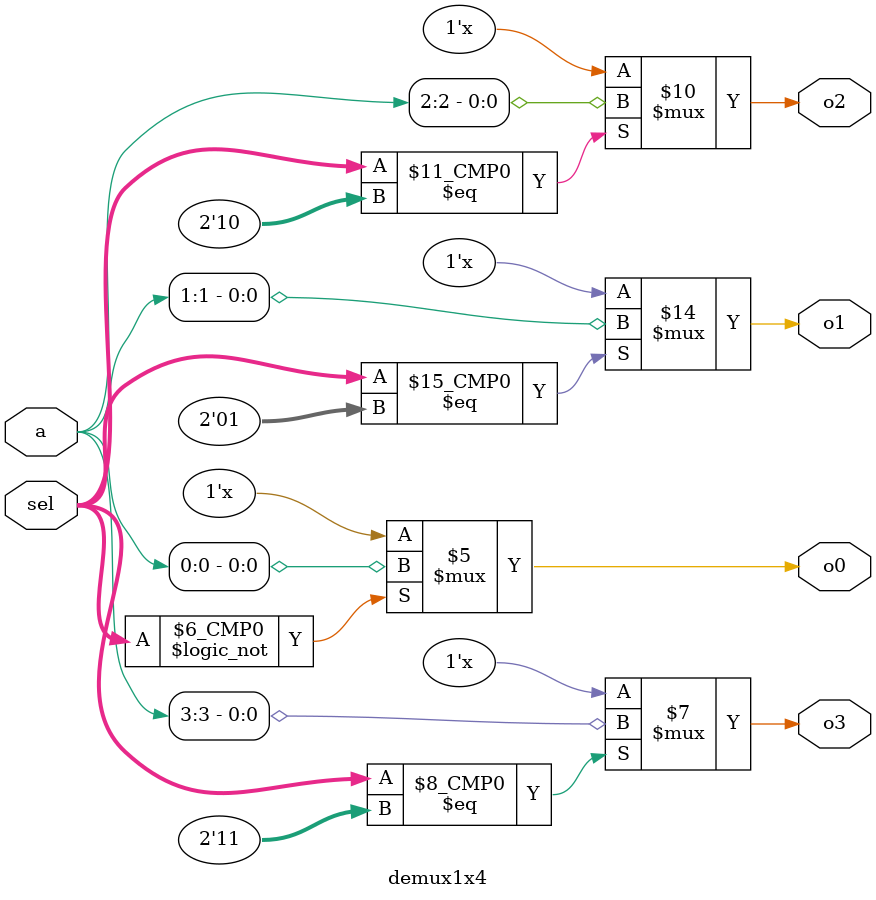
<source format=v>
`timescale 1ns / 1ps


module demux1x4(a,sel,o0,o1,o2,o3);
input [3:0]a;
input [1:0]sel;
output reg o0,o1,o2,o3;

always @(*) begin
case(sel)
2'b00:o0=a[0];
2'b01:o1=a[1];
2'b10:o2=a[2];
2'b11:o3=a[3];
endcase
end
endmodule

</source>
